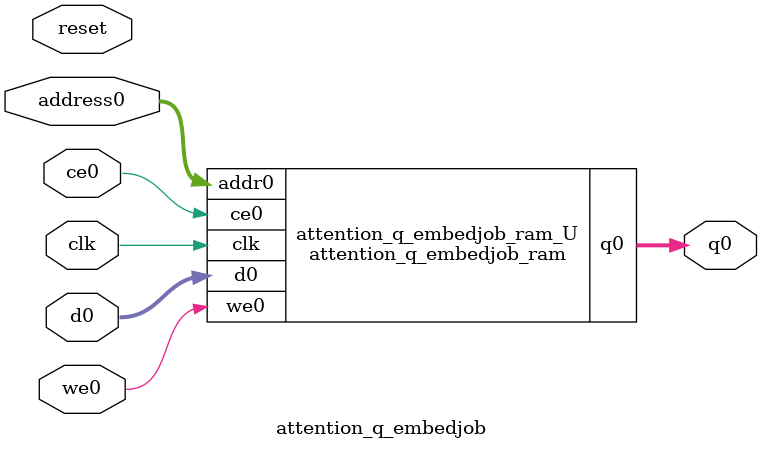
<source format=v>
`timescale 1 ns / 1 ps
module attention_q_embedjob_ram (addr0, ce0, d0, we0, q0,  clk);

parameter DWIDTH = 38;
parameter AWIDTH = 4;
parameter MEM_SIZE = 16;

input[AWIDTH-1:0] addr0;
input ce0;
input[DWIDTH-1:0] d0;
input we0;
output reg[DWIDTH-1:0] q0;
input clk;

(* ram_style = "distributed" *)reg [DWIDTH-1:0] ram[0:MEM_SIZE-1];




always @(posedge clk)  
begin 
    if (ce0) begin
        if (we0) 
            ram[addr0] <= d0; 
        q0 <= ram[addr0];
    end
end


endmodule

`timescale 1 ns / 1 ps
module attention_q_embedjob(
    reset,
    clk,
    address0,
    ce0,
    we0,
    d0,
    q0);

parameter DataWidth = 32'd38;
parameter AddressRange = 32'd16;
parameter AddressWidth = 32'd4;
input reset;
input clk;
input[AddressWidth - 1:0] address0;
input ce0;
input we0;
input[DataWidth - 1:0] d0;
output[DataWidth - 1:0] q0;



attention_q_embedjob_ram attention_q_embedjob_ram_U(
    .clk( clk ),
    .addr0( address0 ),
    .ce0( ce0 ),
    .we0( we0 ),
    .d0( d0 ),
    .q0( q0 ));

endmodule


</source>
